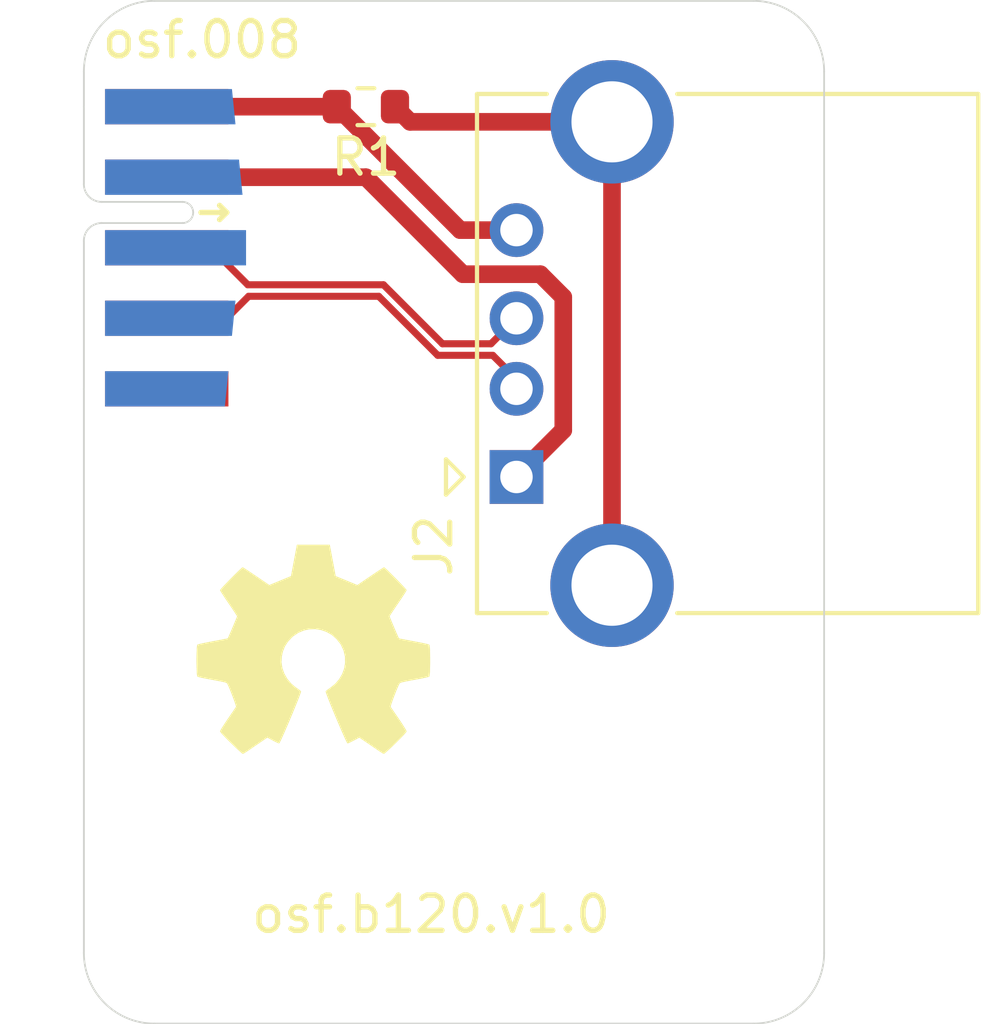
<source format=kicad_pcb>
(kicad_pcb (version 20211014) (generator pcbnew)
  (layers (0 "F.Cu" signal) (31 "B.Cu" signal) (34 "B.Paste" user) (35 "F.Paste" user) (36 "B.SilkS" user "B.Silkscreen") (37 "F.SilkS" user "F.Silkscreen") (38 "B.Mask" user) (39 "F.Mask" user) (44 "Edge.Cuts" user))
  (net 0 "")
  (net 1 "/usb-a/Schield")
  (net 2 "GND")
  (net 3 "/usb-a/VUSB")
  (net 4 "/usb-a/DP")
  (net 5 "/usb-a/DM")
  (footprint "Symbol:OSHW-Symbol_6.7x6mm_SilkScreen" (layer "F.Cu") (at 146.5 108.4)
    (fp_text reference "LOGO1" hide)
    (fp_text value "Logo_Open_Hardware_Small" hide)
    (fp_poly (pts (xy 0.555814 -2.531069) (xy 0.639635 -2.086445) (xy 0.94892 -1.958947) (xy 1.258206 -1.831449) (xy 1.629246 -2.083754) (xy 1.733157 -2.154004) (xy 1.827087 -2.216728) (xy 1.906652 -2.269062) (xy 1.96747 -2.308143) (xy 2.005157 -2.331107) (xy 2.015421 -2.336058) (xy 2.03391 -2.323324) (xy 2.07342 -2.288118) (xy 2.129522 -2.234938) (xy 2.197787 -2.168282) (xy 2.273786 -2.092646) (xy 2.353092 -2.012528) (xy 2.431275 -1.932426) (xy 2.503907 -1.856836) (xy 2.566559 -1.790255) (xy 2.614803 -1.737182) (xy 2.64421 -1.702113) (xy 2.651241 -1.690377) (xy 2.641123 -1.66874) (xy 2.612759 -1.621338) (xy 2.569129 -1.552807) (xy 2.513218 -1.467785) (xy 2.448006 -1.370907) (xy 2.410219 -1.31565) (xy 2.341343 -1.214752) (xy 2.28014 -1.123701) (xy 2.229578 -1.04703) (xy 2.192628 -0.989272) (xy 2.172258 -0.954957) (xy 2.169197 -0.947746) (xy 2.176136 -0.927252) (xy 2.195051 -0.879487) (xy 2.223087 -0.811168) (xy 2.257391 -0.729011) (xy 2.295109 -0.63973) (xy 2.333387 -0.550042) (xy 2.36937 -0.466662) (xy 2.400206 -0.396306) (xy 2.423039 -0.34569) (xy 2.435017 -0.321529) (xy 2.435724 -0.320578) (xy 2.454531 -0.315964) (xy 2.504618 -0.305672) (xy 2.580793 -0.290713) (xy 2.677865 -0.272099) (xy 2.790643 -0.250841) (xy 2.856442 -0.238582) (xy 2.97695 -0.215638) (xy 3.085797 -0.193805) (xy 3.177476 -0.174278) (xy 3.246481 -0.158252) (xy 3.287304 -0.146921) (xy 3.295511 -0.143326) (xy 3.303548 -0.118994) (xy 3.310033 -0.064041) (xy 3.31497 0.015108) (xy 3.318364 0.112026) (xy 3.320218 0.220287) (xy 3.320538 0.333465) (xy 3.319327 0.445135) (xy 3.31659 0.548868) (xy 3.312331 0.638241) (xy 3.306555 0.706826) (xy 3.299267 0.748197) (xy 3.294895 0.75681) (xy 3.268764 0.767133) (xy 3.213393 0.781892) (xy 3.136107 0.799352) (xy 3.04423 0.81778) (xy 3.012158 0.823741) (xy 2.857524 0.852066) (xy 2.735375 0.874876) (xy 2.641673 0.89308) (xy 2.572384 0.907583) (xy 2.523471 0.919292) (xy 2.490897 0.929115) (xy 2.470628 0.937956) (xy 2.458626 0.946724) (xy 2.456947 0.948457) (xy 2.440184 0.976371) (xy 2.414614 1.030695) (xy 2.382788 1.104777) (xy 2.34726 1.191965) (xy 2.310583 1.285608) (xy 2.275311 1.379052) (xy 2.243996 1.465647) (xy 2.219193 1.53874) (xy 2.203454 1.591678) (xy 2.199332 1.617811) (xy 2.199676 1.618726) (xy 2.213641 1.640086) (xy 2.245322 1.687084) (xy 2.291391 1.754827) (xy 2.348518 1.838423) (xy 2.413373 1.932982) (xy 2.431843 1.959854) (xy 2.497699 2.057275) (xy 2.55565 2.146163) (xy 2.602538 2.221412) (xy 2.635207 2.27792) (xy 2.6505 2.310581) (xy 2.651241 2.314593) (xy 2.638392 2.335684) (xy 2.602888 2.377464) (xy 2.549293 2.435445) (xy 2.482171 2.505135) (xy 2.406087 2.582045) (xy 2.325604 2.661683) (xy 2.245287 2.739561) (xy 2.169699 2.811186) (xy 2.103405 2.87207) (xy 2.050969 2.917721) (xy 2.016955 2.94365) (xy 2.007545 2.947883) (xy 1.985643 2.937912) (xy 1.9408 2.91102) (xy 1.880321 2.871736) (xy 1.833789 2.840117) (xy 1.749475 2.782098) (xy 1.649626 2.713784) (xy 1.549473 2.645579) (xy 1.495627 2.609075) (xy 1.313371 2.4858) (xy 1.160381 2.56852) (xy 1.090682 2.604759) (xy 1.031414 2.632926) (xy 0.991311 2.648991) (xy 0.981103 2.651226) (xy 0.968829 2.634722) (xy 0.944613 2.588082) (xy 0.910263 2.515609) (xy 0.867588 2.421606) (xy 0.818394 2.310374) (xy 0.76449 2.186215) (xy 0.707684 2.053432) (xy 0.649782 1.916327) (xy 0.592593 1.779202) (xy 0.537924 1.646358) (xy 0.487584 1.522098) (xy 0.44338 1.410725) (xy 0.407119 1.316539) (xy 0.380609 1.243844) (xy 0.365658 1.196941) (xy 0.363254 1.180833) (xy 0.382311 1.160286) (xy 0.424036 1.126933) (xy 0.479706 1.087702) (xy 0.484378 1.084599) (xy 0.628264 0.969423) (xy 0.744283 0.835053) (xy 0.83143 0.685784) (xy 0.888699 0.525913) (xy 0.915086 0.359737) (xy 0.909585 0.191552) (xy 0.87119 0.025655) (xy 0.798895 -0.133658) (xy 0.777626 -0.168513) (xy 0.666996 -0.309263) (xy 0.536302 -0.422286) (xy 0.390064 -0.506997) (xy 0.232808 -0.562806) (xy 0.069057 -0.589126) (xy -0.096667 -0.58537) (xy -0.259838 -0.55095) (xy -0.415935 -0.485277) (xy -0.560433 -0.387765) (xy -0.605131 -0.348187) (xy -0.718888 -0.224297) (xy -0.801782 -0.093876) (xy -0.858644 0.052315) (xy -0.890313 0.197088) (xy -0.898131 0.35986) (xy -0.872062 0.52344) (xy -0.814755 0.682298) (xy -0.728856 0.830906) (xy -0.617014 0.963735) (xy -0.481877 1.075256) (xy -0.464117 1.087011) (xy -0.40785 1.125508) (xy -0.365077 1.158863) (xy -0.344628 1.18016) (xy -0.344331 1.180833) (xy -0.348721 1.203871) (xy -0.366124 1.256157) (xy -0.394732 1.33339) (xy -0.432735 1.431268) (xy -0.478326 1.545491) (xy -0.529697 1.671758) (xy -0.585038 1.805767) (xy -0.642542 1.943218) (xy -0.700399 2.079808) (xy -0.756802 2.211237) (xy -0.809942 2.333205) (xy -0.85801 2.441409) (xy -0.899199 2.531549) (xy -0.931699 2.599323) (xy -0.953703 2.64043) (xy -0.962564 2.651226) (xy -0.98964 2.642819) (xy -1.040303 2.620272) (xy -1.105817 2.587613) (xy -1.141841 2.56852) (xy -1.294832 2.4858) (xy -1.477088 2.609075) (xy -1.570125 2.672228) (xy -1.671985 2.741727) (xy -1.767438 2.807165) (xy -1.81525 2.840117) (xy -1.882495 2.885273) (xy -1.939436 2.921057) (xy -1.978646 2.942938) (xy -1.991381 2.947563) (xy -2.009917 2.935085) (xy -2.050941 2.900252) (xy -2.110475 2.846678) (xy -2.184542 2.777983) (xy -2.269165 2.697781) (xy -2.322685 2.646286) (xy -2.416319 2.554286) (xy -2.497241 2.471999) (xy -2.562177 2.402945) (xy -2.607858 2.350644) (xy -2.631011 2.318616) (xy -2.633232 2.312116) (xy -2.622924 2.287394) (xy -2.594439 2.237405) (xy -2.550937 2.167212) (xy -2.495577 2.081875) (xy -2.43152 1.986456) (xy -2.413303 1.959854) (xy -2.346927 1.863167) (xy -2.287378 1.776117) (xy -2.237984 1.703595) (xy -2.202075 1.650493) (xy -2.182981 1.621703) (xy -2.181136 1.618726) (xy -2.183895 1.595782) (xy -2.198538 1.545336) (xy -2.222513 1.474041) (xy -2.253266 1.388547) (xy -2.288244 1.295507) (xy -2.324893 1.201574) (xy -2.360661 1.113399) (xy -2.392994 1.037634) (xy -2.419338 0.980931) (xy -2.437142 0.949943) (xy -2.438407 0.948457) (xy -2.449294 0.939601) (xy -2.467682 0.930843) (xy -2.497606 0.921277) (xy -2.543103 0.909996) (xy -2.608209 0.896093) (xy -2.696961 0.878663) (xy -2.813393 0.856798) (xy -2.961542 0.829591) (xy -2.993618 0.823741) (xy -3.088686 0.805374) (xy -3.171565 0.787405) (xy -3.23493 0.771569) (xy -3.271458 0.7596) (xy -3.276356 0.75681) (xy -3.284427 0.732072) (xy -3.290987 0.67679) (xy -3.296033 0.597389) (xy -3.299559 0.500296) (xy -3.301561 0.391938) (xy -3.302036 0.27874) (xy -3.300977 0.167128) (xy -3.298382 0.063529) (xy -3.294246 -0.025632) (xy -3.288563 -0.093928) (xy -3.281331 -0.134934) (xy -3.276971 -0.143326) (xy -3.252698 -0.151792) (xy -3.197426 -0.165565) (xy -3.116662 -0.18345) (xy -3.015912 -0.204252) (xy -2.900683 -0.226777) (xy -2.837902 -0.238582) (xy -2.718787 -0.260849) (xy -2.612565 -0.281021) (xy -2.524427 -0.298085) (xy -2.459566 -0.311031) (xy -2.423174 -0.318845) (xy -2.417184 -0.320578) (xy -2.407061 -0.34011) (xy -2.385662 -0.387157) (xy -2.355839 -0.454997) (xy -2.320445 -0.536909) (xy -2.282332 -0.626172) (xy -2.244353 -0.716065) (xy -2.20936 -0.799865) (xy -2.180206 -0.870853) (xy -2.159743 -0.922306) (xy -2.150823 -0.947503) (xy -2.150657 -0.948604) (xy -2.160769 -0.968481) (xy -2.189117 -1.014223) (xy -2.232723 -1.081283) (xy -2.288606 -1.165116) (xy -2.353787 -1.261174) (xy -2.391679 -1.31635) (xy -2.460725 -1.417519) (xy -2.52205 -1.50937) (xy -2.572663 -1.587256) (xy -2.609571 -1.646531) (xy -2.629782 -1.682549) (xy -2.632701 -1.690623) (xy -2.620153 -1.709416) (xy -2.585463 -1.749543) (xy -2.533063 -1.806507) (xy -2.467384 -1.875815) (xy -2.392856 -1.952969) (xy -2.313913 -2.033475) (xy -2.234983 -2.112837) (xy -2.1605 -2.18656) (xy -2.094894 -2.250148) (xy -2.042596 -2.299106) (xy -2.008039 -2.328939) (xy -1.996478 -2.336058) (xy -1.977654 -2.326047) (xy -1.932631 -2.297922) (xy -1.865787 -2.254546) (xy -1.781499 -2.198782) (xy -1.684144 -2.133494) (xy -1.610707 -2.083754) (xy -1.239667 -1.831449) (xy -0.621095 -2.086445) (xy -0.537275 -2.531069) (xy -0.453454 -2.975693) (xy 0.471994 -2.975693) (xy 0.555814 -2.531069)) (layer "F.SilkS") (width 0.01) (fill solid))
  )
  (footprint "Resistor_SMD:R_0603_1608Metric" (layer "F.Cu") (at 148 93 180)
    (fp_text reference "R1" (at 0 -1.43) (layer "F.SilkS"))
    (fp_text value "0R")
    (fp_line (start -0.237258 0.5225) (end 0.237258 0.5225) (layer "F.SilkS") (width 0.12))
    (fp_line (start -0.237258 -0.5225) (end 0.237258 -0.5225) (layer "F.SilkS") (width 0.12))
    (pad "1" smd roundrect (at -0.825 0 180) (size 0.8 0.95) (layers "F.Cu" "F.Paste" "F.Mask") (net 1 "/usb-a/Schield"))
    (pad "2" smd roundrect (at 0.825 0 180) (size 0.8 0.95) (layers "F.Cu" "F.Paste" "F.Mask") (net 2 "GND"))
  )
  (footprint "Connector_USB:USB_A_CONNFLY_DS1095-WNR0" (layer "F.Cu") (at 152.2725 103.5 90)
    (fp_text reference "J2" (at -1.95 -2.35 90) (layer "F.SilkS"))
    (fp_text value "USB_A")
    (fp_line (start 10.86 4.56) (end 10.86 13.1) (layer "F.SilkS") (width 0.12))
    (fp_line (start -3.86 4.56) (end -3.86 13.1) (layer "F.SilkS") (width 0.12))
    (fp_line (start 10.86 0.86) (end 10.86 -1.12) (layer "F.SilkS") (width 0.12))
    (fp_line (start -3.86 -1.12) (end 10.86 -1.12) (layer "F.SilkS") (width 0.12))
    (fp_line (start -0.5 -2) (end 0 -1.5) (layer "F.SilkS") (width 0.12))
    (fp_line (start 0.5 -2) (end -0.5 -2) (layer "F.SilkS") (width 0.12))
    (fp_line (start -3.86 13.1) (end 10.86 13.1) (layer "F.SilkS") (width 0.12))
    (fp_line (start -3.86 -1.12) (end -3.86 0.86) (layer "F.SilkS") (width 0.12))
    (fp_line (start 0 -1.5) (end 0.5 -2) (layer "F.SilkS") (width 0.12))
    (pad "1" thru_hole rect (at 0 0 90) (size 1.524 1.524) (drill 0.92) (layers *.Cu *.Mask) (net 3 "/usb-a/VUSB"))
    (pad "2" thru_hole circle (at 2.5 0 90) (size 1.524 1.524) (drill 0.92) (layers *.Cu *.Mask) (net 5 "/usb-a/DM"))
    (pad "3" thru_hole circle (at 4.5 0 90) (size 1.524 1.524) (drill 0.92) (layers *.Cu *.Mask) (net 4 "/usb-a/DP"))
    (pad "4" thru_hole circle (at 7 0 90) (size 1.524 1.524) (drill 0.92) (layers *.Cu *.Mask) (net 2 "GND"))
    (pad "5" thru_hole circle (at 10.07 2.71 90) (size 3.5 3.5) (drill 2.3) (layers *.Cu *.Mask) (net 1 "/usb-a/Schield"))
    (pad "5" thru_hole circle (at -3.07 2.71 90) (size 3.5 3.5) (drill 2.3) (layers *.Cu *.Mask) (net 1 "/usb-a/Schield"))
  )
  (footprint "on_edge:on_edge_2x05_device" (layer "F.Cu") (at 140 97 -90)
    (fp_text reference "J1")
    (fp_text value "008_USB")
    (fp_line (start -1.2 -3.85) (end -1 -4.05) (layer "F.SilkS") (width 0.153))
    (fp_line (start -1 -4.05) (end -1 -3.323) (layer "F.SilkS") (width 0.153))
    (fp_line (start -1 -4.05) (end -0.8 -3.85) (layer "F.SilkS") (width 0.153))
    (fp_line (start -0.7 -0.5) (end -0.7 -2.8) (layer "Edge.Cuts") (width 0.05))
    (fp_line (start -0.2 0) (end 4 0) (layer "Edge.Cuts") (width 0.05))
    (fp_line (start -1.3 -2.8) (end -1.3 -0.5) (layer "Edge.Cuts") (width 0.05))
    (fp_line (start -4 0) (end -1.8 0) (layer "Edge.Cuts") (width 0.05))
    (fp_arc (start -1.3 -2.8) (mid -1 -3.1) (end -0.7 -2.8) (layer "Edge.Cuts") (width 0.05))
    (fp_arc (start -1.3 -0.5) (mid -1.446447 -0.146447) (end -1.8 0) (layer "Edge.Cuts") (width 0.05))
    (fp_arc (start -0.2 0) (mid -0.553553 -0.146447) (end -0.7 -0.5) (layer "Edge.Cuts") (width 0.05))
    (pad "1" smd rect (at -4 -2.35 90) (size 1 3.5) (layers "F.Cu" "F.Mask") (net 2 "GND"))
    (pad "2" smd rect (at -2 -2.35 270) (size 1 3.5) (layers "F.Cu" "F.Mask") (net 3 "/usb-a/VUSB"))
    (pad "3" smd rect (at 0 -2.35 270) (size 1 3.5) (layers "F.Cu" "F.Mask") (net 4 "/usb-a/DP"))
    (pad "4" smd rect (at 2 -2.35 90) (size 1 3.5) (layers "F.Cu" "F.Mask") (net 5 "/usb-a/DM"))
    (pad "5" smd rect (at 4 -2.35 90) (size 1 3.5) (layers "F.Cu" "F.Mask"))
    (pad "6" smd custom (at -4 -2.4 270) (size 1 3.6) (layers "B.Cu" "B.Mask") (options (clearance outline) (anchor rect)) (primitives (gr_poly (pts (xy 0.5 -1.8) (xy 0.5 -1.9) (xy -0.5 -1.8)) (width 0) (fill yes))))
    (pad "7" smd custom (at -2 -2.1 270) (size 1 3) (layers "B.Cu" "B.Mask") (options (clearance outline) (anchor rect)) (primitives (gr_poly (pts (xy 0.3 -0.51) (xy 0.31 -0.62) (xy 0.33 -0.7) (xy 0.35 -0.76) (xy 0.37 -0.81) (xy 0.4 -0.86) (xy 0.44 -0.92) (xy 0.48 -0.97) (xy 0.5 -0.99) (xy 0.5 -2.4) (xy -0.5 -2.3) (xy -0.5 1.5) (xy 0.3 1.5)) (width 0) (fill yes))))
    (pad "8" smd rect (at 0 -2.6 270) (size 1 4) (layers "B.Cu" "B.Mask"))
    (pad "9" smd custom (at 2 -2.4 270) (size 1 3.6) (layers "B.Cu" "B.Mask") (options (clearance outline) (anchor rect)) (primitives (gr_poly (pts (xy -0.5 -1.8) (xy -0.5 -1.9) (xy 0.5 -1.8)) (width 0) (fill yes))))
    (pad "10" smd custom (at 4 -2.3 270) (size 1 3.4) (layers "B.Cu" "B.Mask") (options (clearance outline) (anchor rect)) (primitives (gr_poly (pts (xy -0.5 -1.7) (xy -0.5 -1.8) (xy 0.5 -1.7)) (width 0) (fill yes))))
  )
  (gr_line (start 140 92) (end 140 93) (layer "Edge.Cuts") (width 0.05))
  (gr_line (start 142 90) (end 159 90) (layer "Edge.Cuts") (width 0.05))
  (gr_arc (start 161 117) (mid 160.414214 118.414214) (end 159 119) (layer "Edge.Cuts") (width 0.05))
  (gr_line (start 159 119) (end 142 119) (layer "Edge.Cuts") (width 0.05))
  (gr_arc (start 159 90) (mid 160.414214 90.585786) (end 161 92) (layer "Edge.Cuts") (width 0.05))
  (gr_arc (start 142 119) (mid 140.585786 118.414214) (end 140 117) (layer "Edge.Cuts") (width 0.05))
  (gr_line (start 161 117) (end 161 92) (layer "Edge.Cuts") (width 0.05))
  (gr_line (start 140 117) (end 140 101) (layer "Edge.Cuts") (width 0.05))
  (gr_arc (start 140 92) (mid 140.585786 90.585786) (end 142 90) (layer "Edge.Cuts") (width 0.05))
  (gr_text "osf.008" (at 143.35 91.1) (layer "F.SilkS") (effects (font (size 1 1))))
  (gr_text "osf.b120.v1.0" (at 149.85 115.9) (layer "F.SilkS") (effects (font (size 1 1))))
  (segment (start 148.825 93) (end 149.255 93.43) (width 0.5) (layer "F.Cu") (net 1))
  (segment (start 149.255 93.43) (end 154.9825 93.43) (width 0.5) (layer "F.Cu") (net 1))
  (segment (start 154.9825 93.43) (end 154.9825 106.57) (width 0.5) (layer "F.Cu") (net 1))
  (segment (start 147.175 93) (end 150.675 96.5) (width 0.5) (layer "F.Cu") (net 2))
  (segment (start 150.675 96.5) (end 152.2725 96.5) (width 0.5) (layer "F.Cu") (net 2))
  (segment (start 142.35 93) (end 147.175 93) (width 0.5) (layer "F.Cu") (net 2))
  (segment (start 148 95) (end 142.35 95) (width 0.5) (layer "F.Cu") (net 3))
  (segment (start 153.6 102.1725) (end 153.6 98.4) (width 0.5) (layer "F.Cu") (net 3))
  (segment (start 152.95 97.75) (end 150.75 97.75) (width 0.5) (layer "F.Cu") (net 3))
  (segment (start 153.6 98.4) (end 152.95 97.75) (width 0.5) (layer "F.Cu") (net 3))
  (segment (start 152.2725 103.5) (end 153.6 102.1725) (width 0.5) (layer "F.Cu") (net 3))
  (segment (start 150.75 97.75) (end 148 95) (width 0.5) (layer "F.Cu") (net 3))
  (segment (start 143.6 97) (end 144.65 98.05) (width 0.2) (layer "F.Cu") (net 4))
  (segment (start 142.35 97) (end 143.6 97) (width 0.2) (layer "F.Cu") (net 4))
  (segment (start 148.5 98.05) (end 150.173 99.723) (width 0.2) (layer "F.Cu") (net 4))
  (segment (start 150.173 99.723) (end 151.5495 99.723) (width 0.2) (layer "F.Cu") (net 4))
  (segment (start 151.5495 99.723) (end 152.2725 99) (width 0.2) (layer "F.Cu") (net 4))
  (segment (start 144.65 98.05) (end 148.5 98.05) (width 0.2) (layer "F.Cu") (net 4))
  (segment (start 142.35 99) (end 144.05 99) (width 0.2) (layer "F.Cu") (net 5))
  (segment (start 150.037552 100.05) (end 151.6 100.05) (width 0.2) (layer "F.Cu") (net 5))
  (segment (start 144.05 99) (end 144.673 98.377) (width 0.2) (layer "F.Cu") (net 5))
  (segment (start 152.2725 100.7225) (end 152.2725 101) (width 0.2) (layer "F.Cu") (net 5))
  (segment (start 151.6 100.05) (end 152.2725 100.7225) (width 0.2) (layer "F.Cu") (net 5))
  (segment (start 144.673 98.377) (end 148.364552 98.377) (width 0.2) (layer "F.Cu") (net 5))
  (segment (start 148.364552 98.377) (end 150.037552 100.05) (width 0.2) (layer "F.Cu") (net 5))
)
</source>
